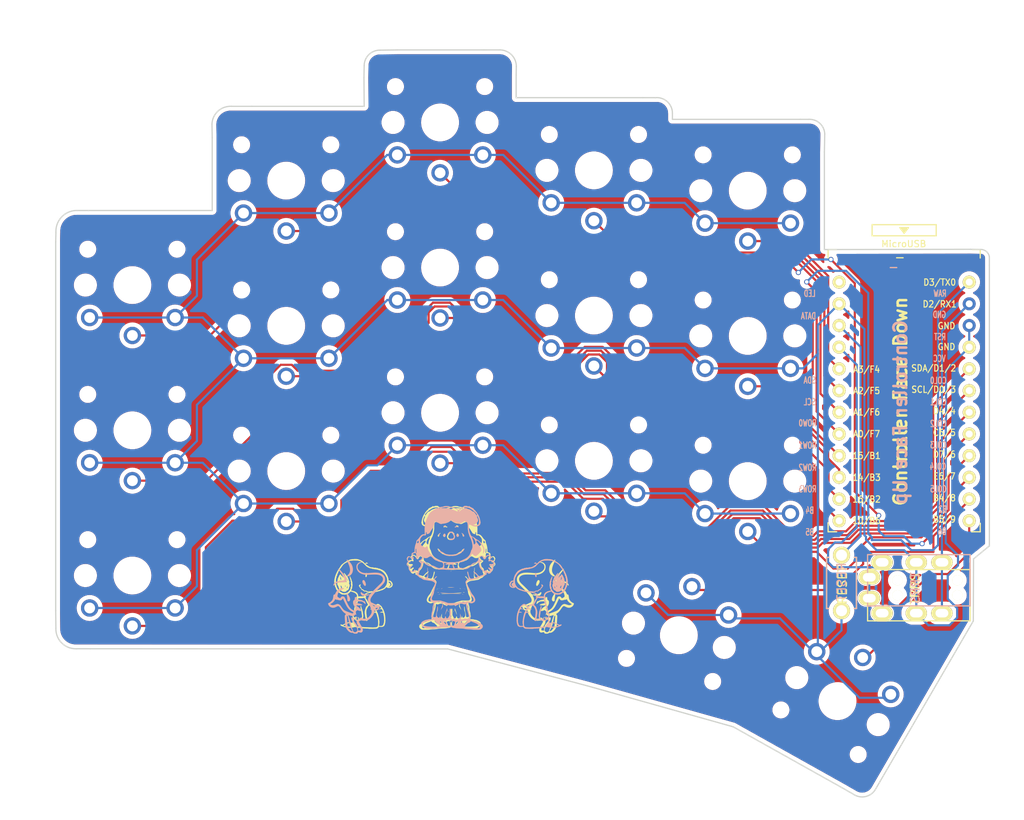
<source format=kicad_pcb>
(kicad_pcb (version 20211014) (generator pcbnew)
  (title_block (title "Ferris_Sweep_Compact") (date "2020-09-03") (rev "0.1") (company "BroomLabs"))
  (layers (0 "F.Cu" signal) (31 "B.Cu" signal) (34 "B.Paste" user) (35 "F.Paste" user) (36 "B.SilkS" user "B.Silkscreen") (37 "F.SilkS" user "F.Silkscreen") (38 "B.Mask" user) (39 "F.Mask" user) (44 "Edge.Cuts" user))
  (net 0 "")
  (net 1 "row0")
  (net 2 "row1")
  (net 3 "row2")
  (net 4 "row3")
  (net 5 "GND")
  (net 6 "VCC")
  (net 7 "col0")
  (net 8 "col1")
  (net 9 "col2")
  (net 10 "col3")
  (net 11 "col4")
  (net 12 "col5")
  (net 13 "LED")
  (net 14 "data")
  (net 15 "reset")
  (net 16 "SCL")
  (net 17 "SDA")
  (net 18 "Net-(U1-Pad24)")
  (net 19 "Net-(J1-PadA)")
  (net 20 "Net-(U1-Pad14)")
  (net 21 "Net-(U1-Pad13)")
  (net 22 "Net-(U1-Pad12)")
  (net 23 "Net-(U1-Pad11)")
  (footprint "Kailh:SW_PG1350_reversible_b2" (layer "F.Cu") (at 44 42.77)
    (fp_text reference "SW2" hide)
    (fp_text value "SW_PUSH" hide)
  )
  (footprint "Kailh:SW_PG1350_reversible_b2" (layer "F.Cu") (at 62 30.54)
    (fp_text reference "SW3" hide)
    (fp_text value "SW_PUSH" hide)
  )
  (footprint "Kailh:SW_PG1350_reversible_b2" (layer "F.Cu") (at 80 23.73)
    (fp_text reference "SW4" hide)
    (fp_text value "SW_PUSH" hide)
  )
  (footprint "Kailh:SW_PG1350_reversible_b2" (layer "F.Cu") (at 98 29.34)
    (fp_text reference "SW5" hide)
    (fp_text value "SW_PUSH" hide)
  )
  (footprint "Kailh:SW_PG1350_reversible_b2" (layer "F.Cu") (at 116 31.72)
    (fp_text reference "SW6" hide)
    (fp_text value "SW_PUSH" hide)
  )
  (footprint "Kailh:SW_PG1350_reversible_b2" (layer "F.Cu") (at 44 59.77)
    (fp_text reference "SW8" hide)
    (fp_text value "SW_PUSH" hide)
  )
  (footprint "Kailh:SW_PG1350_reversible_b2" (layer "F.Cu") (at 62 47.54)
    (fp_text reference "SW9" hide)
    (fp_text value "SW_PUSH" hide)
  )
  (footprint "Kailh:SW_PG1350_reversible_b2" (layer "F.Cu") (at 80 40.72)
    (fp_text reference "SW10" hide)
    (fp_text value "SW_PUSH" hide)
  )
  (footprint "Kailh:SW_PG1350_reversible_b2" (layer "F.Cu") (at 98 46.34)
    (fp_text reference "SW11" hide)
    (fp_text value "SW_PUSH" hide)
  )
  (footprint "Kailh:SW_PG1350_reversible_b2" (layer "F.Cu") (at 116 48.72)
    (fp_text reference "SW12" hide)
    (fp_text value "SW_PUSH" hide)
  )
  (footprint "Kailh:SW_PG1350_reversible_b2" (layer "F.Cu") (at 44 76.775)
    (fp_text reference "SW14" hide)
    (fp_text value "SW_PUSH" hide)
  )
  (footprint "Kailh:SW_PG1350_reversible_b2" (layer "F.Cu") (at 62 64.545)
    (fp_text reference "SW15" hide)
    (fp_text value "SW_PUSH" hide)
  )
  (footprint "Kailh:SW_PG1350_reversible_b2" (layer "F.Cu") (at 80 57.72)
    (fp_text reference "SW16" hide)
    (fp_text value "SW_PUSH" hide)
  )
  (footprint "Kailh:SW_PG1350_reversible_b2" (layer "F.Cu") (at 98 63.345)
    (fp_text reference "SW17" hide)
    (fp_text value "SW_PUSH" hide)
  )
  (footprint "Kailh:SW_PG1350_reversible_b2" (layer "F.Cu") (at 116 65.72)
    (fp_text reference "SW18" hide)
    (fp_text value "SW_PUSH" hide)
  )
  (footprint "kbd:ProMicro_v3" (layer "F.Cu") (at 134.3 56.9)
    (fp_text reference "U1" hide)
    (fp_text value "ProMicro" hide)
  )
  (footprint "foostan:ResetSW" (layer "F.Cu") (at 126.97 77.64 90)
    (fp_text reference "RSW1" hide)
    (fp_text value "Val**")
  )
  (footprint "kbd:MJ-4PP-9" (layer "F.Cu") (at 142.02 79.08 -90)
    (fp_text reference "J1")
    (fp_text value "MJ-4PP-9" hide)
  )
  (footprint "LucyPCB:woodstock" (layer "F.Cu") (at 91.44 78.74)
    (fp_text reference "02")
    (fp_text value "LOGO" hide)
  )
  (footprint "LucyPCB:Snoopy" (layer "F.Cu") (at 71.12 78.74)
    (fp_text reference "..")
    (fp_text value "LOGO" hide)
  )
  (footprint "LucyPCB:Lucy" (layer "F.Cu") (at 81.28 76.2)
    (fp_text reference ".1")
    (fp_text value "LOGO" hide)
  )
  (footprint "Kailh:SW_PG1350_reversible_b2" (layer "B.Cu") (at 107.94 83.77 -15)
    (fp_text reference "SW20" hide)
    (fp_text value "SW_PUSH" hide)
  )
  (footprint "Kailh:SW_PG1350_reversible_b2" (layer "B.Cu") (at 126.5 91.48 -30)
    (fp_text reference "SW21" hide)
    (fp_text value "SW_PUSH" hide)
  )
  (footprint "LucyPCB:woodstock" (layer "B.Cu") (at 71.12 78.74 180)
    (fp_text reference "02")
    (fp_text value "LOGO" hide)
  )
  (footprint "LucyPCB:Lucy" (layer "B.Cu") (at 81.28 76.2 180)
    (fp_text reference ".1")
    (fp_text value "LOGO" hide)
  )
  (footprint "LucyPCB:Snoopy" (layer "B.Cu") (at 91.44 78.74 180)
    (fp_text reference "..")
    (fp_text value "LOGO" hide)
  )
  (gr_line (start 35.0266 37.6936) (end 35.0266 80.899) (layer "Edge.Cuts") (width 0.15))
  (gr_line (start 131.445 100.9396) (end 130.933006 101.824182) (layer "Edge.Cuts") (width 0.15))
  (gr_line (start 128.5494 102.489) (end 127 101.6) (layer "Edge.Cuts") (width 0.15))
  (gr_line (start 144.272 40.4368) (end 144.272 39.4716) (layer "Edge.Cuts") (width 0.15))
  (gr_line (start 142.0368 38.5826) (end 143.165039 38.600668) (layer "Edge.Cuts") (width 0.15))
  (gr_line (start 107.188 23.368) (end 107.187471 22.650483) (layer "Edge.Cuts") (width 0.15))
  (gr_line (start 103.7336 20.828) (end 105.2068 20.828) (layer "Edge.Cuts") (width 0.15))
  (gr_line (start 88.9 18.1864) (end 88.922598 17.169656) (layer "Edge.Cuts") (width 0.15))
  (gr_line (start 85.1408 15.24) (end 87.0458 15.24) (layer "Edge.Cuts") (width 0.15))
  (gr_line (start 72.9742 15.2654) (end 75.0062 15.24) (layer "Edge.Cuts") (width 0.15))
  (gr_line (start 71.120493 17.044786) (end 71.0946 18.4912) (layer "Edge.Cuts") (width 0.15))
  (gr_line (start 53.34 25.527) (end 53.312529 23.918251) (layer "Edge.Cuts") (width 0.15))
  (gr_line (start 55.6006 21.844) (end 57.9628 21.844) (layer "Edge.Cuts") (width 0.15))
  (gr_line (start 37.5158 34.036) (end 38.862 34.036) (layer "Edge.Cuts") (width 0.15))
  (gr_line (start 37.469376 85.342826) (end 39.0652 85.344) (layer "Edge.Cuts") (width 0.15))
  (gr_line (start 35.0266 80.899) (end 35.052 82.9564) (layer "Edge.Cuts") (width 0.15))
  (gr_line (start 97.1296 89.662) (end 80.899 85.3694) (layer "Edge.Cuts") (width 0.15))
  (gr_line (start 35.0266 37.6936) (end 35.054813 36.594183) (layer "Edge.Cuts") (width 0.15))
  (gr_line (start 142.4178 74.8284) (end 144.272 73.3044) (layer "Edge.Cuts") (width 0.15))
  (gr_line (start 142.4178 74.8284) (end 142.3924 82.0928) (layer "Edge.Cuts") (width 0.15))
  (gr_line (start 125.005479 25.086368) (end 124.968 27.2034) (layer "Edge.Cuts") (width 0.15))
  (gr_line (start 123.1646 23.368) (end 122.1486 23.368) (layer "Edge.Cuts") (width 0.15))
  (gr_line (start 131.445 100.9396) (end 142.3924 82.0928) (layer "Edge.Cuts") (width 0.15))
  (gr_arc (start 87.0458 15.24) (mid 88.376019 15.823741) (end 88.922598 17.169656) (layer "Edge.Cuts") (width 0.15))
  (gr_line (start 71.0946 18.4912) (end 71.12 21.844) (layer "Edge.Cuts") (width 0.15))
  (gr_line (start 71.12 21.844) (end 57.9628 21.844) (layer "Edge.Cuts") (width 0.15))
  (gr_line (start 122.1486 23.368) (end 107.188 23.368) (layer "Edge.Cuts") (width 0.15))
  (gr_line (start 144.272 73.3044) (end 144.272 40.4368) (layer "Edge.Cuts") (width 0.15))
  (gr_line (start 124.968 38.608) (end 124.968 27.2034) (layer "Edge.Cuts") (width 0.15))
  (gr_line (start 53.34 34.036) (end 38.862 34.036) (layer "Edge.Cuts") (width 0.15))
  (gr_line (start 39.0652 85.344) (end 80.899 85.3694) (layer "Edge.Cuts") (width 0.15))
  (gr_arc (start 71.120493 17.044786) (mid 71.682241 15.774738) (end 72.9742 15.2654) (layer "Edge.Cuts") (width 0.15))
  (gr_line (start 85.1408 15.24) (end 75.0062 15.24) (layer "Edge.Cuts") (width 0.15))
  (gr_line (start 88.9 20.828) (end 88.9 18.1864) (layer "Edge.Cuts") (width 0.15))
  (gr_arc (start 35.054813 36.594183) (mid 35.733037 34.783805) (end 37.5158 34.036) (layer "Edge.Cuts") (width 0.15))
  (gr_line (start 53.34 25.527) (end 53.34 34.036) (layer "Edge.Cuts") (width 0.15))
  (gr_arc (start 105.2068 20.828) (mid 106.59697 21.304702) (end 107.187471 22.650483) (layer "Edge.Cuts") (width 0.15))
  (gr_arc (start 130.933006 101.824182) (mid 129.872915 102.628825) (end 128.5494 102.489) (layer "Edge.Cuts") (width 0.15))
  (gr_line (start 97.1296 89.662) (end 114.3 94.488) (layer "Edge.Cuts") (width 0.15))
  (gr_line (start 142.0368 38.5826) (end 124.968 38.608) (layer "Edge.Cuts") (width 0.15))
  (gr_line (start 103.7336 20.828) (end 88.9 20.828) (layer "Edge.Cuts") (width 0.15))
  (gr_arc (start 143.165039 38.600668) (mid 143.89126 38.81658) (end 144.272 39.4716) (layer "Edge.Cuts") (width 0.15))
  (gr_arc (start 123.1646 23.368) (mid 124.444144 23.842478) (end 125.005479 25.086368) (layer "Edge.Cuts") (width 0.15))
  (gr_arc (start 53.312529 23.918251) (mid 54.021019 22.400683) (end 55.6006 21.844) (layer "Edge.Cuts") (width 0.15))
  (gr_line (start 114.3 94.488) (end 127 101.6) (layer "Edge.Cuts") (width 0.15))
  (gr_arc (start 37.469376 85.342826) (mid 35.738675 84.678396) (end 35.052 82.9564) (layer "Edge.Cuts") (width 0.15))
  (gr_text "Controller Face Up" (at 133.858 57.658 90) (layer "B.SilkS") (effects (font (size 1.5 1.5) (thickness 0.3)) (justify mirror)))
  (gr_text "Controller Face Down" (at 133.858 56.388 90) (layer "F.SilkS") (effects (font (size 1.5 1.5) (thickness 0.3))))
  (segment (start 83.48398 65.1988) (end 83.483981 65.360019) (width 0.25) (layer "F.Cu") (net 1))
  (segment (start 138.599982 60.973418) (end 141.9114 57.662) (width 0.25) (layer "F.Cu") (net 1))
  (segment (start 107.082235 70.228989) (end 108.987233 72.133987) (width 0.25) (layer "F.Cu") (net 1))
  (segment (start 138.599982 68.536429) (end 138.599982 60.973418) (width 0.25) (layer "F.Cu") (net 1))
  (segment (start 80 63.62) (end 81.90518 63.62) (width 0.25) (layer "F.Cu") (net 1))
  (segment (start 114.1648 69.612702) (end 117.57827 69.612702) (width 0.25) (layer "F.Cu") (net 1))
  (segment (start 96.741861 67.788681) (end 99.034703 67.788681) (width 0.25) (layer "F.Cu") (net 1))
  (segment (start 83.483981 65.360019) (end 83.909962 65.786) (width 0.25) (layer "F.Cu") (net 1))
  (segment (start 111.643515 72.133987) (end 114.1648 69.612702) (width 0.25) (layer "F.Cu") (net 1))
  (segment (start 117.57827 69.612702) (end 121.01559 73.050022) (width 0.25) (layer "F.Cu") (net 1))
  (segment (start 121.01559 73.050022) (end 124.013567 73.050022) (width 0.25) (layer "F.Cu") (net 1))
  (segment (start 99.034703 67.788681) (end 101.475011 70.228989) (width 0.25) (layer "F.Cu") (net 1))
  (segment (start 124.563589 72.5) (end 127.86359 72.5) (width 0.25) (layer "F.Cu") (net 1))
  (segment (start 94.73918 65.786) (end 96.741861 67.788681) (width 0.25) (layer "F.Cu") (net 1))
  (segment (start 101.475011 70.228989) (end 107.082235 70.228989) (width 0.25) (layer "F.Cu") (net 1))
  (segment (start 83.909962 65.786) (end 94.73918 65.786) (width 0.25) (layer "F.Cu") (net 1))
  (segment (start 135.7364 71.400011) (end 138.599982 68.536429) (width 0.25) (layer "F.Cu") (net 1))
  (segment (start 81.90518 63.62) (end 83.48398 65.1988) (width 0.25) (layer "F.Cu") (net 1))
  (segment (start 127.86359 72.5) (end 128.963579 71.400011) (width 0.25) (layer "F.Cu") (net 1))
  (segment (start 128.963579 71.400011) (end 135.7364 71.400011) (width 0.25) (layer "F.Cu") (net 1))
  (segment (start 124.013567 73.050022) (end 124.563589 72.5) (width 0.25) (layer "F.Cu") (net 1))
  (segment (start 108.987233 72.133987) (end 111.643515 72.133987) (width 0.25) (layer "F.Cu") (net 1))
  (segment (start 136.127158 71.850022) (end 139.049992 68.927188) (width 0.25) (layer "F.Cu") (net 2))
  (segment (start 100.459612 69.85) (end 101.288611 70.678999) (width 0.25) (layer "F.Cu") (net 2))
  (segment (start 108.92303 72.706194) (end 111.961718 72.706194) (width 0.25) (layer "F.Cu") (net 2))
  (segment (start 111.961718 72.706194) (end 113.034956 71.632956) (width 0.25) (layer "F.Cu") (net 2))
  (segment (start 120.829189 73.500031) (end 121.317965 73.500031) (width 0.25) (layer "F.Cu") (net 2))
  (segment (start 100.459612 69.85) (end 98.605 69.85) (width 0.25) (layer "F.Cu") (net 2))
  (segment (start 124.199967 73.500033) (end 124.749989 72.950011) (width 0.25) (layer "F.Cu") (net 2))
  (segment (start 98.605 69.85) (end 98 69.245) (width 0.25) (layer "F.Cu") (net 2))
  (segment (start 113.034956 71.632956) (end 113.034956 71.378956) (width 0.25) (layer "F.Cu") (net 2))
  (segment (start 100.076 69.85) (end 100.459612 69.85) (width 0.25) (layer "F.Cu") (net 2))
  (segment (start 121.317965 73.500031) (end 121.317967 73.500033) (width 0.25) (layer "F.Cu") (net 2))
  (segment (start 113.034956 71.378956) (end 114.3512 70.062712) (width 0.25) (layer "F.Cu") (net 2))
  (segment (start 129.149979 71.850022) (end 136.127158 71.850022) (width 0.25) (layer "F.Cu") (net 2))
  (segment (start 128.04999 72.950011) (end 129.149979 71.850022) (width 0.25) (layer "F.Cu") (net 2))
  (segment (start 114.3512 70.062712) (end 117.39187 70.062712) (width 0.25) (layer "F.Cu") (net 2))
  (segment (start 124.749989 72.950011) (end 128.04999 72.950011) (width 0.25) (layer "F.Cu") (net 2))
  (segment (start 106.895835 70.678999) (end 108.92303 72.706194) (width 0.25) (layer "F.Cu") (net 2))
  (segment (start 139.049992 63.063408) (end 141.9114 60.202) (width 0.25) (layer "F.Cu") (net 2))
  (segment (start 121.317967 73.500033) (end 124.199967 73.500033) (width 0.25) (layer "F.Cu") (net 2))
  (segment (start 117.39187 70.062712) (end 120.829189 73.500031) (width 0.25) (layer "F.Cu") (net 2))
  (segment (start 98 69.400011) (end 98.155011 69.400011) (width 0.25) (layer "F.Cu") (net 2))
  (segment (start 101.288611 70.678999) (end 106.895835 70.678999) (width 0.25) (layer "F.Cu") (net 2))
  (segment (start 139.049992 68.927188) (end 139.049992 63.063408) (width 0.25) (layer "F.Cu") (net 2))
  (segment (start 139.500003 65.153397) (end 141.9114 62.742) (width 0.25) (layer "F.Cu") (net 3))
  (segment (start 130.363556 72.300033) (end 136.313557 72.300033) (width 0.25) (layer "F.Cu") (net 3))
  (segment (start 127.699999 75.949997) (end 128.599987 75.050011) (width 0.25) (layer "F.Cu") (net 3))
  (segment (start 128.599987 74.063602) (end 130.363556 72.300033) (width 0.25) (layer "F.Cu") (net 3))
  (segment (start 126.022817 75.949997) (end 127.699999 75.949997) (width 0.25) (layer "F.Cu") (net 3))
  (segment (start 118.379999 73.999999) (end 124.072819 73.999999) (width 0.25) (layer "F.Cu") (net 3))
  (segment (start 124.072819 73.999999) (end 126.022817 75.949997) (width 0.25) (layer "F.Cu") (net 3))
  (segment (start 128.599987 75.050011) (end 128.599987 74.063602) (width 0.25) (layer "F.Cu") (net 3))
  (segment (start 116 71.62) (end 118.379999 73.999999) (width 0.25) (layer "F.Cu") (net 3))
  (segment (start 139.500003 69.113587) (end 139.500003 65.153397) (width 0.25) (layer "F.Cu") (net 3))
  (segment (start 136.313557 72.300033) (end 139.500003 69.113587) (width 0.25) (layer "F.Cu") (net 3))
  (segment (start 117.9072 39.95803) (end 120.58403 39.95803) (width 0.25) (layer "F.Cu") (net 4))
  (segment (start 101.90603 38.19003) (end 101.962 38.246) (width 0.25) (layer "F.Cu") (net 4))
  (segment (start 139.950014 69.230014) (end 139.950014 69.299987) (width 0.25) (layer "F.Cu") (net 4))
  (segment (start 141.9114 65.282) (end 139.950014 67.243386) (width 0.25) (layer "F.Cu") (net 4))
  (segment (start 125.73 39.77) (end 128.524 42.564) (width 0.25) (layer "F.Cu") (net 4))
  (segment (start 128.524 42.564) (end 128.524 66.948) (width 0.25) (layer "F.Cu") (net 4))
  (segment (start 67.946401 36.890009) (end 70.8864 33.95001) (width 0.25) (layer "F.Cu") (net 4))
  (segment (start 137.27199 71.97801) (end 139.950014 69.299986) (width 0.25) (layer "F.Cu") (net 4))
  (segment (start 128.524 66.948) (end 131.318 69.742) (width 0.25) (layer "F.Cu") (net 4))
  (segment (start 90.17 34.544) (end 90.17118 34.544) (width 0.25) (layer "F.Cu") (net 4))
  (segment (start 137.27199 72.17001) (end 137.27199 71.97801) (width 0.25) (layer "F.Cu") (net 4))
  (segment (start 53.076 48.67) (end 64.85599 36.89001) (width 0.25) (layer "F.Cu") (net 4))
  (segment (start 108.37318 38.246) (end 109.93959 39.81241) (width 0.25) (layer "F.Cu") (net 4))
  (segment (start 139.950014 69.299986) (end 139.950014 69.230014) (width 0.25) (layer "F.Cu") (net 4))
  (segment (start 113.198498 39.81241) (end 113.528045 40.141955) (width 0.25) (layer "F.Cu") (net 4))
  (segment (start 113.528045 40.141955) (end 113.697117 40.311029) (width 0.25) (layer "F.Cu") (net 4))
  (segment (start 88.50602 32.88002) (end 90.17 34.544) (width 0.25) (layer "F.Cu") (net 4))
  (segment (start 113.697117 40.311029) (end 117.554202 40.311028) (width 0.25) (layer "F.Cu") (net 4))
  (segment (start 101.962 38.246) (end 108.37318 38.246) (width 0.25) (layer "F.Cu") (net 4))
  (segment (start 44 48.67) (end 53.076 48.67) (width 0.25) (layer "F.Cu") (net 4))
  (segment (start 109.93959 39.81241) (end 113.198498 39.81241) (width 0.25) (layer "F.Cu") (net 4))
  (segment (start 120.58403 39.95803) (end 121.92 41.294) (width 0.25) (layer "F.Cu") (net 4))
  (segment (start 81.75639 32.88002) (end 88.50602 32.88002) (width 0.25) (layer "F.Cu") (net 4))
  (segment (start 90.54999 34.92281) (end 90.54999 35.722808) (width 0.25) (layer "F.Cu") (net 4))
  (segment (start 117.554202 40.311028) (end 117.9072 39.95803) (width 0.25) (layer "F.Cu") (net 4))
  (segment (start 70.8864 33.95001) (end 80.686401 33.950009) (width 0.25) (layer "F.Cu") (net 4))
  (segment (start 136.398 73.044) (end 137.27199 72.17001) (width 0.25) (layer "F.Cu") (net 4))
  (segment (start 64.85599 36.89001) (end 67.946401 36.890009) (width 0.25) (layer "F.Cu") (net 4))
  (segment (start 90.54999 35.722808) (end 93.01721 38.19003) (width 0.25) (layer "F.Cu") (net 4))
  (segment (start 90.17118 34.544) (end 90.54999 34.92281) (width 0.25) (layer "F.Cu") (net 4))
  (segment (start 139.950014 67.243386) (end 139.950014 69.230014) (width 0.25) (layer "F.Cu") (net 4))
  (segment (start 80.686401 33.950009) (end 81.75639 32.88002) (width 0.25) (layer "F.Cu") (net 4))
  (segment (start 93.01721 38.19003) (end 101.90603 38.19003) (width 0.25) (layer "F.Cu") (net 4))
  (via (at 136.398 73.044) (size 0.6) (drill 0.4) (layers "F.Cu" "B.Cu") (net 4))
  (via (at 125.73 39.77) (size 0.6) (drill 0.4) (layers "F.Cu" "B.Cu") (net 4))
  (via (at 121.92 41.294) (size 0.6) (drill 0.4) (layers "F.Cu" "B.Cu") (net 4))
  (via (at 131.318 69.742) (size 0.6) (drill 0.4) (layers "F.Cu" "B.Cu") (net 4))
  (segment (start 135.128 73.044) (end 136.398 73.044) (width 0.25) (layer "B.Cu") (net 4))
  (segment (start 123.444 39.77) (end 121.92 41.294) (width 0.25) (layer "B.Cu") (net 4))
  (segment (start 134.25799 72.17399) (end 135.128 73.044) (width 0.25) (layer "B.Cu") (net 4))
  (segment (start 131.318 71.52) (end 131.97199 72.17399) (width 0.25) (layer "B.Cu") (net 4))
  (segment (start 131.318 69.742) (end 131.318 71.52) (width 0.25) (layer "B.Cu") (net 4))
  (segment (start 124.206 39.77) (end 123.444 39.77) (width 0.25) (layer "B.Cu") (net 4))
  (segment (start 124.206 39.77) (end 125.73 39.77) (width 0.25) (layer "B.Cu") (net 4))
  (segment (start 131.97199 72.17399) (end 134.25799 72.17399) (width 0.25) (layer "B.Cu") (net 4))
  (segment (start 57 51.345) (end 51.55 56.795) (width 0.25) (layer "B.Cu") (net 5))
  (segment (start 51.55 61.025) (end 49 63.575) (width 0.25) (layer "B.Cu") (net 5))
  (segment (start 51.55 56.795) (end 51.55 61.025) (width 0.25) (layer "B.Cu") (net 5))
  (segment (start 57 34.345) (end 51.55 39.795) (width 0.25) (layer "B.Cu") (net 5))
  (segment (start 51.55 39.795) (end 51.55 44.025) (width 0.25) (layer "B.Cu") (net 5))
  (segment (start 51.55 44.025) (end 49 46.575) (width 0.25) (layer "B.Cu") (net 5))
  (segment (start 126.97 80.89) (end 126.97 83.188976) (width 0.25) (layer "B.Cu") (net 5))
  (segment (start 124.2 50.3) (end 124.2 50.806) (width 0.25) (layer "B.Cu") (net 5))
  (segment (start 137.14 82.6) (end 135.72 81.18) (width 0.25) (layer "B.Cu") (net 5))
  (segment (start 111 69.52) (end 121 69.52) (width 0.25) (layer "B.Cu") (net 5))
  (segment (start 139.6 82.6) (end 137.14 82.6) (width 0.25) (layer "B.Cu") (net 5))
  (segment (start 57 34.34) (end 67 34.34) (width 0.25) (layer "B.Cu") (net 5))
  (segment (start 141.9114 47.502) (end 141.9114 50.042) (width 0.25) (layer "B.Cu") (net 5))
  (segment (start 104.093883 78.805387) (end 106.682073 81.393577) (width 0.25) (layer "B.Cu") (net 5))
  (segment (start 126.6914 44.962) (end 124.2 47.4534) (width 0.25) (layer "B.Cu") (net 5))
  (segment (start 139.2 52.7534) (end 139.2 58.4) (width 0.25) (layer "B.Cu") (net 5))
  (segment (start 124.069873 86.089103) (end 129.069873 91.089103) (width 0.25) (layer "B.Cu") (net 5))
  (segment (start 129.838 72.238) (end 129.838 72.58) (width 0.25) (layer "B.Cu") (net 5))
  (segment (start 108.62 50.14) (end 111 52.52) (width 0.25) (layer "B.Cu") (net 5))
  (segment (start 39 46.57) (end 49 46.57) (width 0.25) (layer "B.Cu") (net 5))
  (segment (start 71.475 63.87) (end 67 68.345) (width 0.25) (layer "B.Cu") (net 5))
  (segment (start 71.46 29.88) (end 67 34.34) (width 0.25) (layer "B.Cu") (net 5))
  (segment (start 126.6914 44.962) (end 129.65001 47.92061) (width 0.25) (layer "B.Cu") (net 5))
  (segment (start 72.65 63.87) (end 75 61.52) (width 0.25) (layer "B.Cu") (net 5))
  (segment (start 87.38 44.52) (end 93 50.14) (width 0.25) (layer "B.Cu") (net 5))
  (segment (start 57 68.345) (end 51.55 73.795) (width 0.25) (layer "B.Cu") (net 5))
  (segment (start 87.375 61.52) (end 93 67.145) (width 0.25) (layer "B.Cu") (net 5))
  (segment (start 71.475 63.87) (end 72.65 63.87) (width 0.25) (layer "B.Cu") (net 5))
  (segment (start 87.39 27.53) (end 93 33.14) (width 0.25) (layer "B.Cu") (net 5))
  (segment (start 106.682073 81.393577) (end 113.753142 81.393577) (width 0.25) (layer "B.Cu") (net 5))
  (segment (start 124.1 86.058976) (end 124.069873 86.089103) (width 0.25) (layer "B.Cu") (net 5))
  (segment (start 126.97 83.188976) (end 124.069873 86.089103) (width 0.25) (layer "B.Cu") (net 5))
  (segment (start 103 67.145) (end 108.625 67.145) (width 0.25) (layer "B.Cu") (net 5))
  (segment (start 39 63.57) (end 49 63.57) (width 0.25) (layer "B.Cu") (net 5))
  (segment (start 139.17001 72.97001) (end 140.6 74.4) (width 0.25) (layer "B.Cu") (net 5))
  (segment (start 124.2 47.4534) (end 124.2 50.3) (width 0.25) (layer "B.Cu") (net 5))
  (segment (start 49 46.57) (end 52.23 46.57) (width 0.25) (layer "B.Cu") (net 5))
  (segment (start 135.72 81.18) (end 135.72 75.23) (width 0.25) (layer "B.Cu") (net 5))
  (segment (start 67 51.34) (end 73.82 44.52) (width 0.25) (layer "B.Cu") (net 5))
  (segment (start 75 27.53) (end 85 27.53) (width 0.25) (layer "B.Cu") (net 5))
  (segment (start 122.486 52.52) (end 124.2 50.806) (width 0.25) (layer "B.Cu") (net 5))
  (segment (start 140.6 74.4) (end 140.6 75.6) (width 0.25) (layer "B.Cu") (net 5))
  (segment (start 140.5 81.7) (end 139.6 82.6) (width 0.25) (layer "B.Cu") (net 5))
  (segment (start 103 50.14) (end 108.62 50.14) (width 0.25) (layer "B.Cu") (net 5))
  (segment (start 140.5 80.6) (end 140.5 81.7) (width 0.25) (layer "B.Cu") (net 5))
  (segment (start 57 68.345) (end 67 68.345) (width 0.25) (layer "B.Cu") (net 5))
  (segment (start 75 61.52) (end 85 61.52) (width 0.25) (layer "B.Cu") (net 5))
  (segment (start 57 51.34) (end 67 51.34) (width 0.25) (layer "B.Cu") (net 5))
  (segment (start 93 33.14) (end 103 33.14) (width 0.25) (layer "B.Cu") (net 5))
  (segment (start 51.55 73.795) (end 51.55 78.025) (width 0.25) (layer "B.Cu") (net 5))
  (segment (start 108.62 33.14) (end 111 35.52) (width 0.25) (layer "B.Cu") (net 5))
  (segment (start 93 50.14) (end 103 50.14) (width 0.25) (layer "B.Cu") (net 5))
  (segment (start 67 34.34) (end 73.81 27.53) (width 0.25) (layer "B.Cu") (net 5))
  (segment (start 93 67.145) (end 103 67.145) (width 0.25) (layer "B.Cu") (net 5))
  (segment (start 75 44.52) (end 85 44.52) (width 0.25) (layer "B.Cu") (net 5))
  (segment (start 139.4 76.8) (end 139.4 79.5) (width 0.25) (layer "B.Cu") (net 5))
  (segment (start 140.6 75.6) (end 139.4 76.8) (width 0.25) (layer "B.Cu") (net 5))
  (segment (start 139.17001 58.42999) (end 139.17001 72.97001) (width 0.25) (layer "B.Cu") (net 5))
  (segment (start 124.2 67.4) (end 124.2 85.958976) (width 0.25) (layer "B.Cu") (net 5))
  (segment (start 129.838 72.58) (end 131.064 73.806) (width 0.25) (layer "B.Cu") (net 5))
  (segment (start 131.064 73.806) (end 134.296 73.806) (width 0.25) (layer "B.Cu") (net 5))
  (segment (start 129.65001 47.92061) (end 129.65001 72.05001) (width 0.25) (layer "B.Cu") (net 5))
  (segment (start 113.753142 81.793577) (end 119.774347 81.793577) (width 0.25) (layer "B.Cu") (net 5))
  (segment (start 85 61.52) (end 87.375 61.52) (width 0.25) (layer "B.Cu") (net 5))
  (segment (start 141.9114 50.042) (end 139.2 52.7534) (width 0.25) (layer "B.Cu") (net 5))
  (segment (start 103 33.14) (end 108.62 33.14) (width 0.25) (layer "B.Cu") (net 5))
  (segment (start 85 44.52) (end 87.38 44.52) (width 0.25) (layer "B.Cu") (net 5))
  (segment (start 73.82 44.52) (end 75 44.52) (width 0.25) (layer "B.Cu") (net 5))
  (segment (start 73.81 27.53) (end 75 27.53) (width 0.25) (layer "B.Cu") (net 5))
  (segment (start 124.2 50.42) (end 124.2 50.3) (width 0.25) (layer "B.Cu") (net 5))
  (segment (start 139.2 58.4) (end 139.17001 58.42999) (width 0.25) (layer "B.Cu") (net 5))
  (segment (start 111 35.52) (end 121 35.52) (width 0.25) (layer "B.Cu") (net 5))
  (segment (start 49 63.57) (end 52.225 63.57) (width 0.25) (layer "B.Cu") (net 5))
  (segment (start 71.47 46.87) (end 67 51.34) (width 0.25) (layer "B.Cu") (net 5))
  (segment (start 39 80.575) (end 49 80.575) (width 0.25) (layer "B.Cu") (net 5))
  (segment (start 129.65001 72.05001) (end 129.838 72.238) (width 0.25) (layer "B.Cu") (net 5))
  (segment (start 119.774347 81.793577) (end 124.069873 86.089103) (width 0.25) (layer "B.Cu") (net 5))
  (segment (start 121 52.52) (end 122.486 52.52) (width 0.25) (layer "B.Cu") (net 5))
  (segment (start 52.225 63.57) (end 57 68.345) (width 0.25) (layer "B.Cu") (net 5))
  (segment (start 111 52.52) (end 121 52.52) (width 0.25) (layer "B.Cu") (net 5))
  (segment (start 129.069873 91.089103) (end 132.730127 91.089103) (width 0.25) (layer "B.Cu") (net 5))
  (segment (start 108.625 67.145) (end 111 69.52) (width 0.25) (layer "B.Cu") (net 5))
  (segment (start 124.2 50.806) (end 124.2 67.4) (width 0.25) (layer "B.Cu") (net 5))
  (segment (start 134.296 73.806) (end 135.72 75.23) (width 0.25) (layer "B.Cu") (net 5))
  (segment (start 124.2 85.958976) (end 124.069873 86.089103) (width 0.25) (layer "B.Cu") (net 5))
  (segment (start 139.4 79.5) (end 140.5 80.6) (width 0.25) (layer "B.Cu") (net 5))
  (segment (start 51.55 78.025) (end 49 80.575) (width 0.25) (layer "B.Cu") (net 5))
  (segment (start 85 27.53) (end 87.39 27.53) (width 0.25) (layer "B.Cu") (net 5))
  (segment (start 52.23 46.57) (end 57 51.34) (width 0.25) (layer "B.Cu") (net 5))
  (segment (start 126 75.8) (end 125.4 75.2) (width 0.25) (layer "B.Cu") (net 6))
  (segment (start 125.4 73.7) (end 126.2 72.9) (width 0.25) (layer "B.Cu") (net 6))
  (segment (start 128.74999 52.10059) (end 126.6914 50.042) (width 0.25) (layer "B.Cu") (net 6))
  (segment (start 126.2 72.9) (end 127 72.9) (width 0.25) (layer "B.Cu") (net 6))
  (segment (start 131.72 75.23) (end 131.15 75.8) (width 0.25) (layer "B.Cu") (net 6))
  (segment (start 131.79501 75.30501) (end 131.79501 76.493295) (width 0.25) (layer "B.Cu") (net 6))
  (segment (start 127 72.9) (end 128.74999 71.15001) (width 0.25) (layer "B.Cu") (net 6))
  (segment (start 131.79501 81.10499) (end 131.72 81.18) (width 0.25) (layer "B.Cu") (net 6))
  (segment (start 128.74999 71.15001) (end 128.74999 52.10059) (width 0.25) (layer "B.Cu") (net 6))
  (segment (start 131.79501 75.30501) (end 131.79501 81.10499) (width 0.25) (layer "B.Cu") (net 6))
  (segment (start 125.4 75.2) (end 125.4 73.7) (width 0.25) (layer "B.Cu") (net 6))
  (segment (start 131.15 75.8) (end 126 75.8) (width 0.25) (layer "B.Cu") (net 6))
  (segment (start 131.72 75.23) (end 131.79501 75.30501) (width 0.25) (layer "B.Cu") (net 6))
  (segment (start 125.410874 51.301474) (end 126.6914 52.582) (width 0.25) (layer "F.Cu") (net 7))
  (segment (start 125.410874 41.710874) (end 125.410874 51.301474) (width 0.25) (layer "F.Cu") (net 7))
  (segment (start 121.32 37.62) (end 122.495 38.795) (width 0.25) (layer "F.Cu") (net 7))
  (segment (start 116 37.62) (end 121.32 37.62) (width 0.25) (layer "F.Cu") (net 7))
  (segment (start 122.42 38.72) (end 122.495 38.795) (width 0.25) (layer "F.Cu") (net 7))
  (segment (start 122.495 38.795) (end 125.410874 41.710874) (width 0.25) (layer "F.Cu") (net 7))
  (segment (start 121.608001 38.608) (end 124.960865 41.960864) (width 0.25) (layer "F.Cu") (net 8))
  (segment (start 99.578 36.818) (end 99.578 36.84) (width 0.25) (layer "F.Cu") (net 8))
  (segment (start 116.994999 38.961001) (end 117.348 38.608) (width 0.25) (layer "F.Cu") (net 8))
  (segment (start 117.348 38.608) (end 121.608001 38.608) (width 0.25) (layer "F.Cu") (net 8))
  (segment (start 110.436409 38.399999) (end 114.254001 38.399999) (width 0.25) (layer "F.Cu") (net 8))
  (segment (start 114.254001 38.399999) (end 114.815003 38.961001) (width 0.25) (layer "F.Cu") (net 8))
  (segment (start 108.87641 36.84) (end 110.436409 38.399999) (width 0.25) (layer "F.Cu") (net 8))
  (segment (start 99.578 36.84) (end 108.87641 36.84) (width 0.25) (layer "F.Cu") (net 8))
  (segment (start 114.815003 38.961001) (end 116.994999 38.961001) (width 0.25) (layer "F.Cu") (net 8))
  (segment (start 98 35.24) (end 99.578 36.818) (width 0.25) (layer "F.Cu") (net 8))
  (segment (start 124.960865 53.391465) (end 126.6914 55.122) (width 0.25) (layer "F.Cu") (net 8))
  (segment (start 124.960865 41.960864) (end 124.960865 53.391465) (width 0.25) (layer "F.Cu") (net 8))
  (segment (start 114.628603 39.411011) (end 117.1814 39.41101) (width 0.25) (layer "F.Cu") (net 9))
  (segment (start 91.5 34.6) (end 91.5 35.4) (width 0.25) (layer "F.Cu") (net 9))
  (segment (start 110.25001 38.85001) (end 114.067602 38.85001) (width 0.25) (layer "F.Cu") (net 9))
  (segment (start 117.1814 39.41101) (end 117.5344 39.05801) (width 0.25) (layer "F.Cu") (net 9))
  (segment (start 124.510854 55.481454) (end 126.6914 57.662) (width 0.25) (layer "F.Cu") (net 9))
  (segment (start 91.5 35.4) (end 93.39001 37.29001) (width 0.25) (layer "F.Cu") (net 9))
  (segment (start 121.4216 39.05801) (end 124.510854 42.147264) (width 0.25) (layer "F.Cu") (net 9))
  (segment (start 80 29.63) (end 82.35 31.98) (width 0.25) (layer "F.Cu") (net 9))
  (segment (start 88.88 31.98) (end 91.5 34.6) (width 0.25) (layer "F.Cu") (net 9))
  (segment (start 82.35 31.98) (end 88.88 31.98) (width 0.25) (layer "F.Cu") (net 9))
  (segment (start 124.510854 42.147264) (end 124.510854 55.481454) (width 0.25) (layer "F.Cu") (net 9))
  (segment (start 108.69001 37.29001) (end 110.25001 38.85001) (width 0.25) (layer "F.Cu") (net 9))
  (segment (start 114.067602 38.85001) (end 114.628603 39.411011) (width 0.25) (layer "F.Cu") (net 9))
  (segment (start 93.39001 37.29001) (end 108.69001 37.29001) (width 0.25) (layer "F.Cu") (net 9))
  (segment (start 117.5344 39.05801) (end 121.4216 39.05801) (width 0.25) (layer "F.Cu") (net 9))
  (segment (start 124.060844 57.571444) (end 126.6914 60.202) (width 0.25) (layer "F.Cu") (net 10))
  (segment (start 88.6936 32.43001) (end 91 34.73641) (width 0.25) (layer "F.Cu") (net 10))
  (segment (start 117.7208 39.50802) (end 121.2352 39.50802) (width 0.25) (layer "F.Cu") (net 10))
  (segment (start 113.883517 39.861019) (end 117.367801 39.861019) (width 0.25) (layer "F.Cu") (net 10))
  (segment (start 110.06361 39.30002) (end 113.322518 39.30002) (width 0.25) (layer "F.Cu") (net 10))
  (segment (start 67.76 36.44) (end 70.7 33.5) (width 0.25) (layer "F.Cu") (net 10))
  (segment (start 121.2352 39.50802) (end 124.060844 42.333664) (width 0.25) (layer "F.Cu") (net 10))
  (segment (start 108.50361 37.74002) (end 110.06361 39.30002) (width 0.25) (layer "F.Cu") (net 10))
  (segment (start 70.7 33.5) (end 80.5 33.5) (width 0.25) (layer "F.Cu") (net 10))
  (segment (start 113.322518 39.30002) (end 113.883517 39.861019) (width 0.25) (layer "F.Cu") (net 10))
  (segment (start 117.367801 39.861019) (end 117.7208 39.50802) (width 0.25) (layer "F.Cu") (net 10))
  (segment (start 91 34.73641) (end 91 35.53641) (width 0.25) (layer "F.Cu") (net 10))
  (segment (start 80.5 33.5) (end 81.56999 32.43001) (width 0.25) (layer "F.Cu") (net 10))
  (segment (start 62 36.44) (end 67.76 36.44) (width 0.25) (layer "F.Cu") (net 10))
  (segment (start 81.56999 32.43001) (end 88.6936 32.43001) (width 0.25) (layer "F.Cu") (net 10))
  (segment (start 91 35.53641) (end 93.20361 37.74002) (width 0.25) (layer "F.Cu") (net 10))
  (segment (start 124.060844 42.333664) (end 124.060844 57.571444) (width 0.25) (layer "F.Cu") (net 10))
  (segment (start 93.20361 37.74002) (end 108.50361 37.74002) (width 0.25) (layer "F.Cu") (net 10))
  (segment (start 44 65.67) (end 52.669046 65.67) (width 0.25) (layer "F.Cu") (net 11))
  (segment (start 89.72198 53.39998) (end 93.53198 53.39998) (width 0.25) (layer "F.Cu") (net 11))
  (segment (start 99.016483 49.998981) (end 100.500018 51.482516) (width 0.25) (layer "F.Cu") (net 11))
  (segment (start 105.918 57.912) (end 121.8614 57.912) (width 0.25) (layer "F.Cu") (net 11))
  (segment (start 72.425681 52.796319) (end 78.208989 47.013011) (width 0.25) (layer "F.Cu") (net 11))
  (segment (start 62.643681 52.098999) (end 63.341001 52.796319) (width 0.25) (layer "F.Cu") (net 11))
  (segment (start 63.341001 52.796319) (end 72.425681 52.796319) (width 0.25) (layer "F.Cu") (net 11))
  (segment (start 78.208989 45.789919) (end 79.169919 44.828989) (width 0.25) (layer "F.Cu") (net 11))
  (segment (start 125.0657 61.1163) (end 126.6914 62.742) (width 0.25) (layer "F.Cu") (net 11))
  (segment (start 102.191982 54.185982) (end 105.918 57.912) (width 0.25) (layer "F.Cu") (net 11))
  (segment (start 79.169919 44.828989) (end 81.150989 44.828989) (width 0.25) (layer "F.Cu") (net 11))
  (segment (start 52.669046 65.67) (end 60.1 58.239046) (width 0.25) (layer "F.Cu") (net 11))
  (segment (start 81.150989 44.828989) (end 89.72198 53.39998) (width 0.25) (layer "F.Cu") (net 11))
  (segment (start 100.500018 51.482516) (end 100.500018 54.185982) (width 0.25) (layer "F.Cu") (net 11))
  (segment (start 60.1 58.239046) (end 60.1 53.355318) (width 0.25) (layer "F.Cu") (net 11))
  (segment (start 61.356319 52.098999) (end 62.643681 52.098999) (width 0.25) (layer "F.Cu") (net 11))
  (segment (start 121.8614 57.912) (end 125.0657 61.1163) (width 0.25) (layer "F.Cu") (net 11))
  (segment (start 93.53198 53.39998) (end 96.932979 49.998981) (width 0.25) (layer "F.Cu") (net 11))
  (segment (start 78.208989 47.013011) (end 78.208989 45.789919) (width 0.25) (layer "F.Cu") (net 11))
  (segment (start 60.1 53.355318) (end 61.356319 52.098999) (width 0.25) (layer "F.Cu") (net 11))
  (segment (start 100.500018 54.185982) (end 102.191982 54.185982) (width 0.25) (layer "F.Cu") (net 11))
  (segment (start 96.932979 49.998981) (end 99.016483 49.998981) (width 0.25) (layer "F.Cu") (net 11))
  (segment (start 100.05001 51.668918) (end 100.05001 54.61719) (width 0.25) (layer "F.Cu") (net 12))
  (segment (start 100.05001 54.61719) (end 100.294816 54.61719) (width 0.25) (layer "F.Cu") (net 12))
  (segment (start 72.41841 53.44) (end 78.658999 47.199411) (width 0.25) (layer "F.Cu") (net 12))
  (segment (start 79.356319 45.278999) (end 80.964589 45.278999) (width 0.25) (layer "F.Cu") (net 12))
  (segment (start 126.6914 64.350762) (end 126.6914 65.282) (width 0.25) (layer "F.Cu") (net 12))
  (segment (start 97.169919 50.448989) (end 98.830082 50.44899) (width 0.25) (layer "F.Cu") (net 12))
  (segment (start 89.53558 53.84999) (end 93.72799 53.84999) (width 0.25) (layer "F.Cu") (net 12))
  (segment (start 78.658999 45.976319) (end 79.356319 45.278999) (width 0.25) (layer "F.Cu") (net 12))
  (segment (start 100.313618 54.635992) (end 102.005582 54.635992) (width 0.25) (layer "F.Cu") (net 12))
  (segment (start 125.404319 62.091329) (end 125.404319 63.063681) (width 0.25) (layer "F.Cu") (net 12))
  (segment (start 100.294816 54.61719) (end 100.313618 54.635992) (width 0.25) (layer "F.Cu") (net 12))
  (segment (start 94.195062 53.382918) (end 94.23599 53.382918) (width 0.25) (layer "F.Cu") (net 12))
  (segment (start 80.964589 45.278999) (end 89.53558 53.84999) (width 0.25) (layer "F.Cu") (net 12))
  (segment (start 105.78959 58.42) (end 121.73299 58.42) (width 0.25) (layer "F.Cu") (net 12))
  (segment (start 98.830082 50.44899) (end 100.05001 51.668918) (width 0.25) (layer "F.Cu") (net 12))
  (segment (start 94.23599 53.382918) (end 97.169919 50.448989) (width 0.25) (layer "F.Cu") (net 12))
  (segment (start 102.005582 54.635992) (end 105.78959 58.42) (width 0.25) (layer "F.Cu") (net 12))
  (segment (start 93.72799 53.84999) (end 94.195062 53.382918) (width 0.25) (layer "F.Cu") (net 12))
  (segment (start 125.404319 63.063681) (end 126.6914 64.350762) (width 0.25) (layer "F.Cu") (net 12))
  (segment (start 121.73299 58.42) (end 125.404319 62.091329) (width 0.25) (layer "F.Cu") (net 12))
  (segment (start 78.658999 47.199411) (end 78.658999 45.976319) (width 0.25) (layer "F.Cu") (net 12))
  (segment (start 62 53.44) (end 72.41841 53.44) (width 0.25) (layer "F.Cu") (net 12))
  (segment (start 122.9 42.4) (end 122.9 42.4) (width 0.25) (layer "F.Cu") (net 13))
  (segment (start 123.6 43.1) (end 122.9 42.4) (width 0.25) (layer "F.Cu") (net 13))
  (segment (start 123.6 53.004682) (end 123.6 43.1) (width 0.25) (layer "F.Cu") (net 13))
  (segment (start 116 54.62) (end 120.884682 54.62) (width 0.25) (layer "F.Cu") (net 13))
  (segment (start 123.610834 53.173166) (end 123.610834 53.086) (width 0.25) (layer "F.Cu") (net 13))
  (segment (start 120.894682 54.61) (end 122.174 54.61) (width 0.25) (layer "F.Cu") (net 13))
  (segment (start 122.174 54.61) (end 123.610834 53.173166) (width 0.25) (layer "F.Cu") (net 13))
  (segment (start 120.884682 54.62) (end 120.894682 54.61) (width 0.25) (layer "F.Cu") (net 13))
  (via (at 122.9 42.4) (size 0.6) (drill 0.4) (layers "F.Cu" "B.Cu") (net 13))
  (segment (start 136.094 73.806) (end 137.668 73.806) (width 0.25) (layer "B.Cu") (net 13))
  (segment (start 130.283205 72.046795) (end 130.28801 72.0516) (width 0.25) (layer "B.Cu") (net 13))
  (segment (start 138.26999 73.20401) (end 138.26999 71.63001) (width 0.25) (layer "B.Cu") (net 13))
  (segment (start 133.946 72.624) (end 135.128 73.806) (width 0.25) (layer "B.Cu") (net 13))
  (segment (start 135.128 73.806) (end 136.094 73.806) (width 0.25) (layer "B.Cu") (net 13))
  (segment (start 130.10002 43.70002) (end 130.10002 71.86361) (width 0.25) (layer "B.Cu") (net 13))
  (segment (start 122.9 42.4) (end 124.2 41.1) (width 0.25) (layer "B.Cu") (net 13))
  (segment (start 130.10002 71.86361) (end 130.283205 72.046795) (width 0.25) (layer "B.Cu") (net 13))
  (segment (start 138.26999 46.06341) (end 141.9114 42.422) (width 0.25) (layer "B.Cu") (net 13))
  (segment (start 130.51841 72.624) (end 133.946 72.624) (width 0.25) (layer "B.Cu") (net 13))
  (segment (start 130.51841 72.282) (end 130.51841 72.624) (width 0.25) (layer "B.Cu") (net 13))
  (segment (start 127.5 41.1) (end 130.10002 43.70002) (width 0.25) (layer "B.Cu") (net 13))
  (segment (start 130.10002 71.86361) (end 130.51841 72.282) (width 0.25) (layer "B.Cu") (net 13))
  (segment (start 137.668 73.806) (end 138.26999 73.20401) (width 0.25) (layer "B.Cu") (net 13))
  (segment (start 138.26999 71.63001) (end 138.26999 46.06341) (width 0.25) (layer "B.Cu") (net 13))
  (segment (start 124.2 41.1) (end 127.5 41.1) (width 0.25) (layer "B.Cu") (net 13))
  (segment (start 138.72 48.1534) (end 141.9114 44.962) (width 0.25) (layer "B.Cu") (net 14))
  (segment (start 138.72 75.23) (end 138.72 48.1534) (width 0.25) (layer "B.Cu") (net 14))
  (segment (start 138.72 75.23) (end 138.72 81.18) (width 0.25) (layer "B.Cu") (net 14))
  (segment (start 129.2 50.0106) (end 126.6914 47.502) (width 0.25) (layer "B.Cu") (net 15))
  (segment (start 129.2 72.16) (end 129.2 50.0106) (width 0.25) (layer "B.Cu") (net 15))
  (segment (start 126.97 74.39) (end 129.2 72.16) (width 0.25) (layer "B.Cu") (net 15))
  (segment (start 79.073411 62.278999) (end 81.200589 62.278999) (width 0.25) (layer "F.Cu") (net 16))
  (segment (start 99.606767 67.724335) (end 99.625991 67.724335) (width 0.25) (layer "F.Cu") (net 16))
  (segment (start 68.90301 69.4014) (end 68.90301 68.1314) (width 0.25) (layer "F.Cu") (net 16))
  (segment (start 109.173633 71.683977) (end 111.457115 71.683977) (width 0.25) (layer "F.Cu") (net 16))
  (segment (start 76.757804 64.594606) (end 79.073411 62.278999) (width 0.25) (layer "F.Cu") (net 16))
  (segment (start 72.060214 64.974196) (end 76.757804 64.974196) (width 0.25) (layer "F.Cu") (net 16))
  (segment (start 84.1976 65.27601) (end 92.20399 65.27601) (width 0.25) (layer "F.Cu") (net 16))
  (segment (start 62 70.445) (end 67.905 70.445) (width 0.25) (layer "F.Cu") (net 16))
  (segment (start 128.777179 70.95) (end 135.55 70.95) (width 0.25) (layer "F.Cu") (net 16))
  (segment (start 99.625991 67.724335) (end 101.680633 69.778977) (width 0.25) (layer "F.Cu") (net 16))
  (segment (start 99.134442 67.25201) (end 99.606767 67.724335) (width 0.25) (layer "F.Cu") (net 16))
  (segment (start 124.377189 72.049989) (end 127.67719 72.049989) (width 0.25) (layer "F.Cu") (net 16))
  (segment (start 92.20399 65.27601) (end 92.25999 65.22001) (width 0.25) (layer "F.Cu") (net 16))
  (segment (start 135.55 70.95) (end 138.14997 68.35003) (width 0.25) (layer "F.Cu") (net 16))
  (segment (start 67.905 70.445) (end 68.159 70.191) (width 0.25) (layer "F.Cu") (net 16))
  (segment (start 123.827167 72.600011) (end 124.377189 72.049989) (width 0.25) (layer "F.Cu") (net 16))
  (segment (start 111.457115 71.683977) (end 113.9784 69.162692) (width 0.25) (layer "F.Cu") (net 16))
  (segment (start 92.25999 65.22001) (end 94.8096 65.22001) (width 0.25) (layer "F.Cu") (net 16))
  (segment (start 101.680633 69.778977) (end 107.268633 69.778977) (width 0.25) (layer "F.Cu") (net 16))
  (segment (start 81.200589 62.278999) (end 84.1976 65.27601) (width 0.25) (layer "F.Cu") (net 16))
  (segment (start 107.268633 69.778977) (end 109.173633 71.683977) (width 0.25) (layer "F.Cu") (net 16))
  (segment (start 127.67719 72.049989) (end 128.777179 70.95) (width 0.25) (layer "F.Cu") (net 16))
  (segment (start 96.8416 67.25201) (end 99.134442 67.25201) (width 0.25) (layer "F.Cu") (net 16))
  (segment (start 138.14997 58.88343) (end 141.9114 55.122) (width 0.25) (layer "F.Cu") (net 16))
  (segment (start 68.90301 68.1314) (end 72.060214 64.974196) (width 0.25) (layer "F.Cu") (net 16))
  (segment (start 76.757804 64.974196) (end 76.757804 64.594606) (width 0.25) (layer "F.Cu") (net 16))
  (segment (start 68.159 70.14541) (end 68.90301 69.4014) (width 0.25) (layer "F.Cu") (net 16))
  (segment (start 94.8096 65.22001) (end 96.8416 67.25201) (width 0.25) (layer "F.Cu") (net 16))
  (segment (start 113.9784 69.162692) (end 117.76467 69.162692) (width 0.25) (layer "F.Cu") (net 16))
  (segment (start 68.159 70.191) (end 68.159 70.14541) (width 0.25) (layer "F.Cu") (net 16))
  (segment (start 121.201989 72.600011) (end 123.827167 72.600011) (width 0.25) (layer "F.Cu") (net 16))
  (segment (start 138.14997 68.35003) (end 138.14997 58.88343) (width 0.25) (layer "F.Cu") (net 16))
  (segment (start 117.76467 69.162692) (end 121.201989 72.600011) (width 0.25) (layer "F.Cu") (net 16))
  (segment (start 67.673011 69.994989) (end 68.453 69.215) (width 0.25) (layer "F.Cu") (net 17))
  (segment (start 91.56559 64.77) (end 94.996 64.77) (width 0.25) (layer "F.Cu") (net 17))
  (segment (start 94.996 64.77) (end 97.028 66.802) (width 0.25) (layer "F.Cu") (net 17))
  (segment (start 91.50959 64.826) (end 91.56559 64.77) (width 0.25) (layer "F.Cu") (net 17))
  (segment (start 107.455033 69.328967) (end 109.360033 71.233967) (width 0.25) (layer "F.Cu") (net 17))
  (segment (start 76.2 64.516) (end 78.994 61.722) (width 0.25) (layer "F.Cu") (net 17))
  (segment (start 111.270715 71.233967) (end 113.792 68.712682) (width 0.25) (layer "F.Cu") (net 17))
  (segment (start 128.690768 70.4) (end 135.4 70.4) (width 0.25) (layer "F.Cu") (net 17))
  (segment (start 71.882 64.516) (end 76.2 64.516) (width 0.25) (layer "F.Cu") (net 17))
  (segment (start 117.988682 68.712682) (end 121.426 72.15) (width 0.25) (layer "F.Cu") (net 17))
  (segment (start 62.8 68.95) (end 63.844989 69.994989) (width 0.25) (layer "F.Cu") (net 17))
  (segment (start 137.699959 68.100041) (end 137.699959 56.793441) (width 0.25) (layer "F.Cu") (net 17))
  (segment (start 137.699959 56.793441) (end 141.9114 52.582) (width 0.25) (layer "F.Cu") (net 17))
  (segment (start 52.6 73.45) (end 55.7 70.35) (width 0.25) (layer "F.Cu") (net 17))
  (segment (start 55.7 70.35) (end 59.55 70.35) (width 0.25) (layer "F.Cu") (net 17))
  (segment (start 97.028 66.802) (end 99.340066 66.802) (width 0.25) (layer "F.Cu") (net 17))
  (segment (start 127.49079 71.599978) (end 128.690768 70.4) (width 0.25) (layer "F.Cu") (net 17))
  (segment (start 68.453 69.215) (end 68.453 67.945) (width 0.25) (layer "F.Cu") (net 17))
  (segment (start 109.360033 71.233967) (end 111.270715 71.233967) (width 0.25) (layer "F.Cu") (net 17))
  (segment (start 84.384 64.826) (end 91.50959 64.826) (width 0.25) (layer "F.Cu") (net 17))
  (segment (start 101.867033 69.328967) (end 107.455033 69.328967) (width 0.25) (layer "F.Cu") (net 17))
  (segment (start 52.6 81.2) (end 52.6 73.45) (width 0.25) (layer "F.Cu") (net 17))
  (segment (start 121.426 72.15) (end 123.640768 72.15) (width 0.25) (layer "F.Cu") (net 17))
  (segment (start 63.844989 69.994989) (end 67.673011 69.994989) (width 0.25) (layer "F.Cu") (net 17))
  (segment (start 99.340066 66.802) (end 101.867033 69.328967) (width 0.25) (layer "F.Cu") (net 17))
  (segment (start 68.453 67.945) (end 71.882 64.516) (width 0.25) (layer "F.Cu") (net 17))
  (segment (start 51.125 82.675) (end 52.6 81.2) (width 0.25) (layer "F.Cu") (net 17))
  (segment (start 60.95 68.95) (end 62.8 68.95) (width 0.25) (layer "F.Cu") (net 17))
  (segment (start 78.994 61.722) (end 81.28 61.722) (width 0.25) (layer "F.Cu") (net 17))
  (segment (start 135.4 70.4) (end 137.699959 68.100041) (width 0.25) (layer "F.Cu") (net 17))
  (segment (start 59.55 70.35) (end 60.95 68.95) (width 0.25) (layer "F.Cu") (net 17))
  (segment (start 123.640768 72.15) (end 124.190789 71.599978) (width 0.25) (layer "F.Cu") (net 17))
  (segment (start 81.28 61.722) (end 84.384 64.826) (width 0.25) (layer "F.Cu") (net 17))
  (segment (start 113.792 68.712682) (end 117.988682 68.712682) (width 0.25) (layer "F.Cu") (net 17))
  (segment (start 124.190789 71.599978) (end 127.49079 71.599978) (width 0.25) (layer "F.Cu") (net 17))
  (segment (start 44 82.675) (end 51.125 82.675) (width 0.25) (layer "F.Cu") (net 17))
  (segment (start 130.22 79.43) (end 130.22 76.98) (width 0.25) (layer "B.Cu") (net 19))
  (segment (start 105.66118 58.928) (end 121.412 58.928) (width 0.25) (layer "F.Cu") (net 20))
  (segment (start 101.85259 55.11941) (end 105.66118 58.928) (width 0.25) (layer "F.Cu") (net 20))
  (segment (start 94.381463 53.832927) (end 94.422391 53.832927) (width 0.25) (layer "F.Cu") (net 20))
  (segment (start 89.21 54.3) (end 93.91439 54.3) (width 0.25) (layer "F.Cu") (net 20))
  (segment (start 124.954309 63.250081) (end 125.4467 63.742472) (width 0.25) (layer "F.Cu") (net 20))
  (segment (start 99.527 53.127) (end 99.6 53.2) (width 0.25) (layer "F.Cu") (net 20))
  (segment (start 125.4467 66.5773) (end 126.6914 67.822) (width 0.25) (layer "F.Cu") (net 20))
  (segment (start 98.643681 50.898999) (end 99.527 51.782318) (width 0.25) (layer "F.Cu") (net 20))
  (segment (start 99.91582 55.11941) (end 101.85259 55.11941) (width 0.25) (layer "F.Cu") (net 20))
  (segment (start 125.4467 63.742472) (end 125.4467 66.5773) (width 0.25) (layer "F.Cu") (net 20))
  (segment (start 81.53 46.62) (end 89.21 54.3) (width 0.25) (layer "F.Cu") (net 20))
  (segment (start 99.6 54.80359) (end 99.91582 55.11941) (width 0.25) (layer "F.Cu") (net 20))
  (segment (start 99.6 53.2) (end 99.6 54.80359) (width 0.25) (layer "F.Cu") (net 20))
  (segment (start 80 46.62) (end 81.53 46.62) (width 0.25) (layer "F.Cu") (net 20))
  (segment (start 94.422391 53.832927) (end 97.356319 50.898999) (width 0.25) (layer "F.Cu") (net 20))
  (segment (start 121.412 58.928) (end 124.954309 62.470309) (width 0.25) (layer "F.Cu") (net 20))
  (segment (start 93.91439 54.3) (end 94.381463 53.832927) (width 0.25) (layer "F.Cu") (net 20))
  (segment (start 97.356319 50.898999) (end 98.643681 50.898999) (width 0.25) (layer "F.Cu") (net 20))
  (segment (start 124.954309 62.470309) (end 124.954309 63.250081) (width 0.25) (layer "F.Cu") (net 20))
  (segment (start 99.527 51.782318) (end 99.527 53.127) (width 0.25) (layer "F.Cu") (net 20))
  (segment (start 99.729419 55.569419) (end 101.543419 55.569419) (width 0.25) (layer "F.Cu") (net 21))
  (segment (start 104.648 58.674) (end 104.77077 58.674) (width 0.25) (layer "F.Cu") (net 21))
  (segment (start 122.174 61.214) (end 124.99669 64.03669) (width 0.25) (layer "F.Cu") (net 21))
  (segment (start 105.53277 59.436) (end 121.158 59.436) (width 0.25) (layer "F.Cu") (net 21))
  (segment (start 101.543419 55.569419) (end 104.648 58.674) (width 0.25) (layer "F.Cu") (net 21))
  (segment (start 99.06 54.864) (end 99.042 54.882) (width 0.25) (layer "F.Cu") (net 21))
  (segment (start 121.158 59.436) (end 122.174 60.452) (width 0.25) (layer "F.Cu") (net 21))
  (segment (start 99.06 53.3) (end 99.06 54.864) (width 0.25) (layer "F.Cu") (net 21))
  (segment (start 98 52.24) (end 99.06 53.3) (width 0.25) (layer "F.Cu") (net 21))
  (segment (start 104.77077 58.674) (end 105.53277 59.436) (width 0.25) (layer "F.Cu") (net 21))
  (segment (start 124.99669 64.03669) (end 124.99669 68.66729) (width 0.25) (layer "F.Cu") (net 21))
  (segment (start 122.174 60.452) (end 122.174 61.214) (width 0.25) (layer "F.Cu") (net 21))
  (segment (start 99.042 54.882) (end 99.729419 55.569419) (width 0.25) (layer "F.Cu") (net 21))
  (segment (start 125.1927 68.8633) (end 126.6914 70.362) (width 0.25) (layer "F.Cu") (net 21))
  (segment (start 124.99669 68.66729) (end 125.1927 68.8633) (width 0.25) (layer "F.Cu") (net 21))
  (segment (start 141.9114 74.100315) (end 139.411715 76.6) (width 0.25) (layer "F.Cu") (net 22))
  (segment (start 137.369002 76.6) (end 133.85 80.119002) (width 0.25) (layer "F.Cu") (net 22))
  (segment (start 141.9114 70.362) (end 141.9114 74.100315) (width 0.25) (layer "F.Cu") (net 22))
  (segment (start 133.85 82.37045) (end 129.45 86.77045) (width 0.25) (layer "F.Cu") (net 22))
  (segment (start 139.411715 76.6) (end 137.369002 76.6) (width 0.25) (layer "F.Cu") (net 22))
  (segment (start 133.85 80.119002) (end 133.85 82.37045) (width 0.25) (layer "F.Cu") (net 22))
  (segment (start 129.500008 75.422812) (end 129.500009 74.499991) (width 0.25) (layer "F.Cu") (net 23))
  (segment (start 137.722 72.16441) (end 141.9114 67.97501) (width 0.25) (layer "F.Cu") (net 23))
  (segment (start 141.9114 67.97501) (end 141.9114 67.822) (width 0.25) (layer "F.Cu") (net 23))
  (segment (start 109.467032 78.471038) (end 126.45178 78.471038) (width 0.25) (layer "F.Cu") (net 23))
  (segment (start 137.722 74.006) (end 137.722 72.16441) (width 0.25) (layer "F.Cu") (net 23))
  (segment (start 129.994 74.006) (end 137.722 74.006) (width 0.25) (layer "F.Cu") (net 23))
  (segment (start 126.45178 78.471038) (end 129.500008 75.422812) (width 0.25) (layer "F.Cu") (net 23))
  (segment (start 129.500009 74.499991) (end 129.994 74.006) (width 0.25) (layer "F.Cu") (net 23))
  (zone (net 0) (net_name "") (layer "F.Cu") (connect_pads (clearance 0.508)) (min_thickness 0.254) (fill yes (thermal_gap 0.508) (thermal_bridge_width 0.508))
    (polygon (pts (xy 148.336 104.648) (xy 28.51 105.414) (xy 28.51 10.414) (xy 143.51 10.414)))
  )
  (zone (net 0) (net_name "") (layer "B.Cu") (connect_pads (clearance 0.508)) (min_thickness 0.254) (fill yes (thermal_gap 0.508) (thermal_bridge_width 0.508))
    (polygon (pts (xy 146.304 104.394) (xy 31.304 104.394) (xy 31.304 9.394) (xy 146.304 9.394)))
  )
)
</source>
